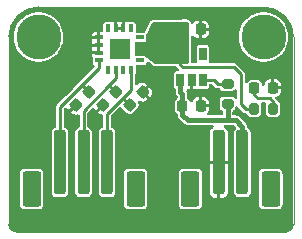
<source format=gbr>
%TF.GenerationSoftware,KiCad,Pcbnew,8.0.2*%
%TF.CreationDate,2024-05-08T23:24:27+02:00*%
%TF.ProjectId,adxl335,6164786c-3333-4352-9e6b-696361645f70,0.0.1*%
%TF.SameCoordinates,Original*%
%TF.FileFunction,Copper,L1,Top*%
%TF.FilePolarity,Positive*%
%FSLAX46Y46*%
G04 Gerber Fmt 4.6, Leading zero omitted, Abs format (unit mm)*
G04 Created by KiCad (PCBNEW 8.0.2) date 2024-05-08 23:24:27*
%MOMM*%
%LPD*%
G01*
G04 APERTURE LIST*
G04 Aperture macros list*
%AMRoundRect*
0 Rectangle with rounded corners*
0 $1 Rounding radius*
0 $2 $3 $4 $5 $6 $7 $8 $9 X,Y pos of 4 corners*
0 Add a 4 corners polygon primitive as box body*
4,1,4,$2,$3,$4,$5,$6,$7,$8,$9,$2,$3,0*
0 Add four circle primitives for the rounded corners*
1,1,$1+$1,$2,$3*
1,1,$1+$1,$4,$5*
1,1,$1+$1,$6,$7*
1,1,$1+$1,$8,$9*
0 Add four rect primitives between the rounded corners*
20,1,$1+$1,$2,$3,$4,$5,0*
20,1,$1+$1,$4,$5,$6,$7,0*
20,1,$1+$1,$6,$7,$8,$9,0*
20,1,$1+$1,$8,$9,$2,$3,0*%
G04 Aperture macros list end*
%TA.AperFunction,ComponentPad*%
%ADD10C,3.800000*%
%TD*%
%TA.AperFunction,SMDPad,CuDef*%
%ADD11RoundRect,0.200000X0.275000X-0.200000X0.275000X0.200000X-0.275000X0.200000X-0.275000X-0.200000X0*%
%TD*%
%TA.AperFunction,SMDPad,CuDef*%
%ADD12R,0.650000X1.060000*%
%TD*%
%TA.AperFunction,SMDPad,CuDef*%
%ADD13RoundRect,0.250000X0.250000X2.500000X-0.250000X2.500000X-0.250000X-2.500000X0.250000X-2.500000X0*%
%TD*%
%TA.AperFunction,SMDPad,CuDef*%
%ADD14RoundRect,0.250000X0.550000X1.250000X-0.550000X1.250000X-0.550000X-1.250000X0.550000X-1.250000X0*%
%TD*%
%TA.AperFunction,SMDPad,CuDef*%
%ADD15RoundRect,0.225000X0.017678X-0.335876X0.335876X-0.017678X-0.017678X0.335876X-0.335876X0.017678X0*%
%TD*%
%TA.AperFunction,SMDPad,CuDef*%
%ADD16RoundRect,0.225000X-0.017678X0.335876X-0.335876X0.017678X0.017678X-0.335876X0.335876X-0.017678X0*%
%TD*%
%TA.AperFunction,SMDPad,CuDef*%
%ADD17RoundRect,0.225000X-0.225000X-0.250000X0.225000X-0.250000X0.225000X0.250000X-0.225000X0.250000X0*%
%TD*%
%TA.AperFunction,SMDPad,CuDef*%
%ADD18RoundRect,0.218750X0.218750X0.256250X-0.218750X0.256250X-0.218750X-0.256250X0.218750X-0.256250X0*%
%TD*%
%TA.AperFunction,SMDPad,CuDef*%
%ADD19R,1.750000X1.750000*%
%TD*%
%TA.AperFunction,SMDPad,CuDef*%
%ADD20R,0.370000X0.650000*%
%TD*%
%TA.AperFunction,SMDPad,CuDef*%
%ADD21R,0.650000X0.370000*%
%TD*%
%TA.AperFunction,SMDPad,CuDef*%
%ADD22RoundRect,0.200000X-0.200000X-0.275000X0.200000X-0.275000X0.200000X0.275000X-0.200000X0.275000X0*%
%TD*%
%TA.AperFunction,ViaPad*%
%ADD23C,0.800000*%
%TD*%
%TA.AperFunction,Conductor*%
%ADD24C,0.250000*%
%TD*%
%TA.AperFunction,Conductor*%
%ADD25C,0.400000*%
%TD*%
%TA.AperFunction,Profile*%
%ADD26C,0.100000*%
%TD*%
G04 APERTURE END LIST*
D10*
%TO.P,H3,1*%
%TO.N,N/C*%
X47229154Y-28184380D03*
%TD*%
D11*
%TO.P,R2,1*%
%TO.N,+5V*%
X44181154Y-33835380D03*
%TO.P,R2,2*%
%TO.N,Net-(R2-Pad2)*%
X44181154Y-32185380D03*
%TD*%
D12*
%TO.P,U2,1,VIN*%
%TO.N,+5V*%
X40183154Y-31824380D03*
%TO.P,U2,2,GND*%
%TO.N,GND*%
X41133154Y-31824380D03*
%TO.P,U2,3,EN*%
%TO.N,Net-(R2-Pad2)*%
X42083154Y-31824380D03*
%TO.P,U2,4,NC*%
%TO.N,unconnected-(U2-Pad4)*%
X42083154Y-29624380D03*
%TO.P,U2,5,VOUT*%
%TO.N,+3V3*%
X40183154Y-29624380D03*
%TD*%
D13*
%TO.P,J1,1,Pin_1*%
%TO.N,+5V*%
X45434154Y-38809380D03*
%TO.P,J1,2,Pin_2*%
%TO.N,GND*%
X43434154Y-38809380D03*
D14*
%TO.P,J1,MP*%
%TO.N,N/C*%
X47834154Y-41059380D03*
X41034154Y-41059380D03*
%TD*%
D13*
%TO.P,J2,1,Pin_1*%
%TO.N,Net-(J2-Pad1)*%
X33989154Y-38809380D03*
%TO.P,J2,2,Pin_2*%
%TO.N,Net-(J2-Pad2)*%
X31989154Y-38809380D03*
%TO.P,J2,3,Pin_3*%
%TO.N,Net-(J2-Pad3)*%
X29989154Y-38809380D03*
D14*
%TO.P,J2,MP*%
%TO.N,N/C*%
X36389154Y-41059380D03*
X27589154Y-41059380D03*
%TD*%
D15*
%TO.P,C1,1*%
%TO.N,Net-(J2-Pad1)*%
X35886146Y-33939388D03*
%TO.P,C1,2*%
%TO.N,GND*%
X36982162Y-32843372D03*
%TD*%
D16*
%TO.P,C2,1*%
%TO.N,Net-(J2-Pad2)*%
X34696162Y-32843372D03*
%TO.P,C2,2*%
%TO.N,GND*%
X33600146Y-33939388D03*
%TD*%
D17*
%TO.P,C4,1*%
%TO.N,+5V*%
X40358154Y-34026380D03*
%TO.P,C4,2*%
%TO.N,GND*%
X41908154Y-34026380D03*
%TD*%
D18*
%TO.P,D1,1,K*%
%TO.N,GND*%
X48016654Y-32502380D03*
%TO.P,D1,2,A*%
%TO.N,Net-(D1-Pad2)*%
X46441654Y-32502380D03*
%TD*%
D10*
%TO.P,H4,1*%
%TO.N,N/C*%
X28179154Y-28184380D03*
%TD*%
D16*
%TO.P,C3,1*%
%TO.N,Net-(J2-Pad3)*%
X32410162Y-32843372D03*
%TO.P,C3,2*%
%TO.N,GND*%
X31314146Y-33939388D03*
%TD*%
D19*
%TO.P,U1,0*%
%TO.N,N/C*%
X35037154Y-29200380D03*
D20*
%TO.P,U1,1*%
X36012154Y-27450380D03*
%TO.P,U1,2,ST*%
%TO.N,GND*%
X35362154Y-27450380D03*
%TO.P,U1,3,GND*%
X34712154Y-27450380D03*
%TO.P,U1,4*%
%TO.N,N/C*%
X34062154Y-27450380D03*
D21*
%TO.P,U1,5,GND*%
%TO.N,GND*%
X33287154Y-28225380D03*
%TO.P,U1,6,GND*%
X33287154Y-28875380D03*
%TO.P,U1,7,GND*%
X33287154Y-29525380D03*
%TO.P,U1,8,ZOUT*%
%TO.N,Net-(J2-Pad3)*%
X33287154Y-30175380D03*
D20*
%TO.P,U1,9*%
%TO.N,N/C*%
X34062154Y-30950380D03*
%TO.P,U1,10,YOUT*%
%TO.N,Net-(J2-Pad2)*%
X34712154Y-30950380D03*
%TO.P,U1,11*%
%TO.N,N/C*%
X35362154Y-30950380D03*
%TO.P,U1,12,XOUT*%
%TO.N,Net-(J2-Pad1)*%
X36012154Y-30950380D03*
D21*
%TO.P,U1,13*%
%TO.N,N/C*%
X36787154Y-30175380D03*
%TO.P,U1,14,VS*%
%TO.N,+3V3*%
X36787154Y-29525380D03*
%TO.P,U1,15,VS*%
X36787154Y-28875380D03*
%TO.P,U1,16*%
%TO.N,N/C*%
X36787154Y-28225380D03*
%TD*%
D22*
%TO.P,R1,1*%
%TO.N,+3V3*%
X46404154Y-34280380D03*
%TO.P,R1,2*%
%TO.N,Net-(D1-Pad2)*%
X48054154Y-34280380D03*
%TD*%
D17*
%TO.P,C5,1*%
%TO.N,+3V3*%
X40358154Y-27549380D03*
%TO.P,C5,2*%
%TO.N,GND*%
X41908154Y-27549380D03*
%TD*%
D23*
%TO.N,GND*%
X31227154Y-28438380D03*
X43038154Y-33137380D03*
X38466154Y-34407380D03*
X43927154Y-28184380D03*
%TD*%
D24*
%TO.N,Net-(J2-Pad1)*%
X35348500Y-33401742D02*
X35348500Y-33321726D01*
X36012154Y-32658072D02*
X36012154Y-30950380D01*
X33989154Y-38809380D02*
X33989154Y-34681072D01*
X35886146Y-33939388D02*
X35348500Y-33401742D01*
X35348500Y-33321726D02*
X36012154Y-32658072D01*
X33989154Y-34681072D02*
X35348500Y-33321726D01*
%TO.N,Net-(J2-Pad2)*%
X34090808Y-32318034D02*
X34712154Y-31696688D01*
X34170824Y-32318034D02*
X34090808Y-32318034D01*
X34712154Y-31696688D02*
X34712154Y-30950380D01*
X31989154Y-38809380D02*
X31989154Y-34419688D01*
X31989154Y-34419688D02*
X34090808Y-32318034D01*
X34696162Y-32843372D02*
X34170824Y-32318034D01*
%TO.N,Net-(J2-Pad3)*%
X29989154Y-38809380D02*
X29989154Y-34133688D01*
X31855608Y-32267234D02*
X33287154Y-30835688D01*
X29989154Y-34133688D02*
X30763408Y-33359434D01*
X32410162Y-32843372D02*
X31855608Y-32288818D01*
X30763408Y-33359434D02*
X31855608Y-32267234D01*
X31855608Y-32288818D02*
X31855608Y-32267234D01*
X33287154Y-30835688D02*
X33287154Y-30175380D01*
D25*
%TO.N,+5V*%
X44866954Y-35220180D02*
X44155754Y-35220180D01*
X44155754Y-35220180D02*
X40802954Y-35220180D01*
X40183154Y-31824380D02*
X40183154Y-32822380D01*
X40358154Y-32997380D02*
X40358154Y-34026380D01*
X40183154Y-32822380D02*
X40358154Y-32997380D01*
X40358154Y-34775380D02*
X40358154Y-34026380D01*
X40802954Y-35220180D02*
X40358154Y-34775380D01*
X45434154Y-35787380D02*
X44866954Y-35220180D01*
X44181154Y-35194780D02*
X44155754Y-35220180D01*
X45434154Y-38809380D02*
X45434154Y-35787380D01*
X44181154Y-33835380D02*
X44181154Y-35194780D01*
D24*
%TO.N,+3V3*%
X45324154Y-33899380D02*
X45324154Y-31359380D01*
X45324154Y-31359380D02*
X44689154Y-30724380D01*
X40183154Y-30536380D02*
X40183154Y-29624380D01*
X40371154Y-30724380D02*
X40183154Y-30536380D01*
X45705154Y-34280380D02*
X45324154Y-33899380D01*
X46404154Y-34280380D02*
X45705154Y-34280380D01*
X44689154Y-30724380D02*
X40371154Y-30724380D01*
%TO.N,Net-(D1-Pad2)*%
X48054154Y-33708380D02*
X48054154Y-34280380D01*
X47737154Y-33391380D02*
X48054154Y-33708380D01*
X46721154Y-33391380D02*
X47737154Y-33391380D01*
X46441654Y-33111880D02*
X46721154Y-33391380D01*
X46441654Y-32502380D02*
X46441654Y-33111880D01*
%TO.N,Net-(R2-Pad2)*%
X44181154Y-32185380D02*
X43356154Y-32185380D01*
X43356154Y-32185380D02*
X42995154Y-31824380D01*
X42995154Y-31824380D02*
X42083154Y-31824380D01*
%TD*%
%TA.AperFunction,Conductor*%
%TO.N,GND*%
G36*
X41202275Y-31717382D02*
G01*
X41248768Y-31771038D01*
X41260154Y-31823380D01*
X41260154Y-32608379D01*
X41483168Y-32608379D01*
X41483176Y-32608378D01*
X41557259Y-32593642D01*
X41557260Y-32593642D01*
X41600124Y-32565002D01*
X41667877Y-32543787D01*
X41694708Y-32546188D01*
X41738406Y-32554880D01*
X41738407Y-32554880D01*
X42427901Y-32554880D01*
X42427902Y-32554880D01*
X42486385Y-32543247D01*
X42552706Y-32498932D01*
X42597021Y-32432611D01*
X42608654Y-32374128D01*
X42608654Y-32275880D01*
X42628656Y-32207759D01*
X42682312Y-32161266D01*
X42734654Y-32149880D01*
X42808137Y-32149880D01*
X42876258Y-32169882D01*
X42897227Y-32186780D01*
X43156292Y-32445845D01*
X43230515Y-32488698D01*
X43313301Y-32510880D01*
X43399007Y-32510880D01*
X43443395Y-32510880D01*
X43511516Y-32530882D01*
X43555662Y-32579677D01*
X43578104Y-32623723D01*
X43667811Y-32713430D01*
X43689948Y-32724709D01*
X43780850Y-32771026D01*
X43874635Y-32785880D01*
X44487672Y-32785879D01*
X44581458Y-32771026D01*
X44694496Y-32713430D01*
X44738298Y-32669628D01*
X44783559Y-32624368D01*
X44845871Y-32590342D01*
X44916686Y-32595407D01*
X44973522Y-32637954D01*
X44998333Y-32704474D01*
X44998654Y-32713463D01*
X44998654Y-33307297D01*
X44978652Y-33375418D01*
X44924996Y-33421911D01*
X44854722Y-33432015D01*
X44790142Y-33402521D01*
X44783559Y-33396392D01*
X44694496Y-33307329D01*
X44618656Y-33268687D01*
X44581458Y-33249734D01*
X44487673Y-33234880D01*
X44487669Y-33234880D01*
X43874637Y-33234880D01*
X43780851Y-33249733D01*
X43667811Y-33307329D01*
X43578103Y-33397037D01*
X43550050Y-33452096D01*
X43520508Y-33510076D01*
X43505654Y-33603861D01*
X43505654Y-33603864D01*
X43505654Y-34066896D01*
X43520507Y-34160682D01*
X43578103Y-34273722D01*
X43667808Y-34363427D01*
X43667812Y-34363430D01*
X43711857Y-34385872D01*
X43763471Y-34434618D01*
X43780654Y-34498138D01*
X43780654Y-34693680D01*
X43760652Y-34761801D01*
X43706996Y-34808294D01*
X43654654Y-34819680D01*
X42576505Y-34819680D01*
X42508384Y-34799678D01*
X42461891Y-34746022D01*
X42451787Y-34675748D01*
X42475637Y-34618170D01*
X42557885Y-34508300D01*
X42606022Y-34379240D01*
X42612153Y-34322212D01*
X42612154Y-34322195D01*
X42612154Y-34153380D01*
X41907154Y-34153380D01*
X41839033Y-34133378D01*
X41792540Y-34079722D01*
X41781154Y-34027380D01*
X41781154Y-33899380D01*
X42035154Y-33899380D01*
X42612154Y-33899380D01*
X42612154Y-33730564D01*
X42612153Y-33730547D01*
X42606022Y-33673519D01*
X42557885Y-33544459D01*
X42475340Y-33434193D01*
X42365074Y-33351648D01*
X42236014Y-33303511D01*
X42178986Y-33297380D01*
X42035154Y-33297380D01*
X42035154Y-33899380D01*
X41781154Y-33899380D01*
X41781154Y-33297380D01*
X41637321Y-33297380D01*
X41580293Y-33303511D01*
X41451233Y-33351648D01*
X41340967Y-33434193D01*
X41258421Y-33544461D01*
X41225094Y-33633813D01*
X41182547Y-33690648D01*
X41116027Y-33715458D01*
X41046653Y-33700366D01*
X40996451Y-33650163D01*
X40994772Y-33646982D01*
X40992873Y-33643255D01*
X40992873Y-33643254D01*
X40931682Y-33523160D01*
X40836374Y-33427852D01*
X40836373Y-33427851D01*
X40836371Y-33427849D01*
X40827450Y-33423304D01*
X40775835Y-33374555D01*
X40758654Y-33311038D01*
X40758654Y-32944654D01*
X40758654Y-32944653D01*
X40731361Y-32842793D01*
X40731359Y-32842790D01*
X40731359Y-32842788D01*
X40705142Y-32797379D01*
X40688404Y-32728384D01*
X40711624Y-32661292D01*
X40767432Y-32617405D01*
X40814261Y-32608379D01*
X41006154Y-32608379D01*
X41006154Y-31823380D01*
X41026156Y-31755259D01*
X41079812Y-31708766D01*
X41132154Y-31697380D01*
X41134154Y-31697380D01*
X41202275Y-31717382D01*
G37*
%TD.AperFunction*%
%TA.AperFunction,Conductor*%
G36*
X47232956Y-25655110D02*
G01*
X47275497Y-25657682D01*
X47526449Y-25672858D01*
X47541538Y-25674689D01*
X47827027Y-25727001D01*
X47841794Y-25730641D01*
X48118873Y-25816978D01*
X48133076Y-25822364D01*
X48397743Y-25941476D01*
X48411209Y-25948543D01*
X48659584Y-26098685D01*
X48672106Y-26107329D01*
X48900554Y-26286302D01*
X48911943Y-26296391D01*
X49117162Y-26501604D01*
X49127252Y-26512993D01*
X49305620Y-26740658D01*
X49306234Y-26741441D01*
X49314877Y-26753962D01*
X49397522Y-26890670D01*
X49465024Y-27002328D01*
X49472094Y-27015799D01*
X49579098Y-27253547D01*
X49591206Y-27280448D01*
X49596601Y-27294675D01*
X49682942Y-27571744D01*
X49686584Y-27586517D01*
X49738900Y-27871982D01*
X49740734Y-27887086D01*
X49758424Y-28179487D01*
X49758654Y-28187096D01*
X49758654Y-44052306D01*
X49757862Y-44066411D01*
X49744589Y-44184234D01*
X49738311Y-44211743D01*
X49701502Y-44316940D01*
X49689259Y-44342362D01*
X49629967Y-44436724D01*
X49612374Y-44458785D01*
X49533567Y-44537589D01*
X49511504Y-44555182D01*
X49417135Y-44614472D01*
X49391714Y-44626713D01*
X49286522Y-44663516D01*
X49259012Y-44669794D01*
X49148740Y-44682211D01*
X49140967Y-44683087D01*
X49140949Y-44683089D01*
X49126849Y-44683880D01*
X26281237Y-44683880D01*
X26267121Y-44683087D01*
X26149306Y-44669804D01*
X26121800Y-44663524D01*
X26016620Y-44626713D01*
X26016609Y-44626709D01*
X25991197Y-44614469D01*
X25896830Y-44555167D01*
X25874781Y-44537581D01*
X25795976Y-44458767D01*
X25778395Y-44436719D01*
X25719101Y-44342344D01*
X25706863Y-44316928D01*
X25691817Y-44273923D01*
X25670056Y-44211726D01*
X25663783Y-44184234D01*
X25656856Y-44122734D01*
X25650446Y-44065819D01*
X25649654Y-44051717D01*
X25649654Y-39755113D01*
X26588654Y-39755113D01*
X26588654Y-42363646D01*
X26591508Y-42394080D01*
X26591509Y-42394084D01*
X26636360Y-42522261D01*
X26636362Y-42522265D01*
X26717003Y-42631530D01*
X26826268Y-42712171D01*
X26826272Y-42712173D01*
X26954455Y-42757026D01*
X26984888Y-42759880D01*
X26984890Y-42759880D01*
X28193418Y-42759880D01*
X28193420Y-42759880D01*
X28223853Y-42757026D01*
X28352036Y-42712173D01*
X28461304Y-42631530D01*
X28541947Y-42522262D01*
X28586800Y-42394079D01*
X28589654Y-42363646D01*
X28589654Y-39755114D01*
X28586800Y-39724681D01*
X28541947Y-39596498D01*
X28541945Y-39596494D01*
X28461304Y-39487229D01*
X28352039Y-39406588D01*
X28352035Y-39406586D01*
X28223858Y-39361735D01*
X28223854Y-39361734D01*
X28193420Y-39358880D01*
X26984888Y-39358880D01*
X26984887Y-39358880D01*
X26954453Y-39361734D01*
X26954449Y-39361735D01*
X26826272Y-39406586D01*
X26826268Y-39406588D01*
X26717003Y-39487229D01*
X26636362Y-39596494D01*
X26636360Y-39596498D01*
X26591509Y-39724675D01*
X26591508Y-39724679D01*
X26588654Y-39755113D01*
X25649654Y-39755113D01*
X25649654Y-36255113D01*
X29288654Y-36255113D01*
X29288654Y-41363646D01*
X29291508Y-41394080D01*
X29291509Y-41394084D01*
X29336360Y-41522261D01*
X29336362Y-41522265D01*
X29417003Y-41631530D01*
X29526268Y-41712171D01*
X29526272Y-41712173D01*
X29654455Y-41757026D01*
X29684888Y-41759880D01*
X29684890Y-41759880D01*
X30293418Y-41759880D01*
X30293420Y-41759880D01*
X30323853Y-41757026D01*
X30452036Y-41712173D01*
X30561304Y-41631530D01*
X30641947Y-41522262D01*
X30686800Y-41394079D01*
X30689654Y-41363646D01*
X30689654Y-36255114D01*
X30686800Y-36224681D01*
X30678564Y-36201145D01*
X30641947Y-36096498D01*
X30641945Y-36096494D01*
X30561304Y-35987229D01*
X30452039Y-35906588D01*
X30452035Y-35906586D01*
X30399039Y-35888042D01*
X30341347Y-35846664D01*
X30315185Y-35780663D01*
X30314654Y-35769113D01*
X30314654Y-34320704D01*
X30334656Y-34252583D01*
X30351559Y-34231609D01*
X30395519Y-34187649D01*
X30457831Y-34153623D01*
X30528646Y-34158688D01*
X30582723Y-34197683D01*
X30607161Y-34228009D01*
X30607180Y-34228030D01*
X30726539Y-34347389D01*
X30726541Y-34347389D01*
X31134541Y-33939389D01*
X31134541Y-33939388D01*
X30978256Y-33783104D01*
X30944231Y-33720792D01*
X30949295Y-33649976D01*
X30978256Y-33604913D01*
X30979671Y-33603498D01*
X31041983Y-33569472D01*
X31112798Y-33574537D01*
X31157861Y-33603498D01*
X31404655Y-33850292D01*
X31438681Y-33912604D01*
X31433616Y-33983419D01*
X31404656Y-34028482D01*
X30906145Y-34526993D01*
X30906145Y-34526995D01*
X31025503Y-34646353D01*
X31025522Y-34646370D01*
X31070194Y-34682368D01*
X31195483Y-34739587D01*
X31331824Y-34759188D01*
X31468162Y-34739587D01*
X31485310Y-34731756D01*
X31555584Y-34721651D01*
X31620165Y-34751143D01*
X31658550Y-34810869D01*
X31663654Y-34846369D01*
X31663654Y-35769113D01*
X31643652Y-35837234D01*
X31589996Y-35883727D01*
X31579269Y-35888042D01*
X31526272Y-35906586D01*
X31526268Y-35906588D01*
X31417003Y-35987229D01*
X31336362Y-36096494D01*
X31336360Y-36096498D01*
X31291509Y-36224675D01*
X31291508Y-36224679D01*
X31288654Y-36255113D01*
X31288654Y-41363646D01*
X31291508Y-41394080D01*
X31291509Y-41394084D01*
X31336360Y-41522261D01*
X31336362Y-41522265D01*
X31417003Y-41631530D01*
X31526268Y-41712171D01*
X31526272Y-41712173D01*
X31654455Y-41757026D01*
X31684888Y-41759880D01*
X31684890Y-41759880D01*
X32293418Y-41759880D01*
X32293420Y-41759880D01*
X32323853Y-41757026D01*
X32452036Y-41712173D01*
X32561304Y-41631530D01*
X32641947Y-41522262D01*
X32686800Y-41394079D01*
X32689654Y-41363646D01*
X32689654Y-36255114D01*
X32686800Y-36224681D01*
X32678564Y-36201145D01*
X32641947Y-36096498D01*
X32641945Y-36096494D01*
X32561304Y-35987229D01*
X32452039Y-35906588D01*
X32452035Y-35906586D01*
X32399039Y-35888042D01*
X32341347Y-35846664D01*
X32315185Y-35780663D01*
X32314654Y-35769113D01*
X32314654Y-34606704D01*
X32334656Y-34538583D01*
X32351553Y-34517614D01*
X32681522Y-34187645D01*
X32743831Y-34153623D01*
X32814646Y-34158687D01*
X32868724Y-34197683D01*
X32893164Y-34228012D01*
X32893180Y-34228030D01*
X33012539Y-34347389D01*
X33012540Y-34347389D01*
X33511050Y-33848878D01*
X33573363Y-33814853D01*
X33644178Y-33819917D01*
X33689241Y-33848878D01*
X33936035Y-34095672D01*
X33970061Y-34157984D01*
X33964996Y-34228799D01*
X33936004Y-34273894D01*
X33934589Y-34275308D01*
X33872265Y-34309311D01*
X33801451Y-34304221D01*
X33756430Y-34275276D01*
X33600147Y-34118993D01*
X33600145Y-34118993D01*
X33192145Y-34526993D01*
X33192145Y-34526995D01*
X33311503Y-34646353D01*
X33311522Y-34646370D01*
X33356194Y-34682368D01*
X33481485Y-34739587D01*
X33481482Y-34739587D01*
X33555584Y-34750240D01*
X33620165Y-34779732D01*
X33658550Y-34839458D01*
X33663654Y-34874958D01*
X33663654Y-35769113D01*
X33643652Y-35837234D01*
X33589996Y-35883727D01*
X33579269Y-35888042D01*
X33526272Y-35906586D01*
X33526268Y-35906588D01*
X33417003Y-35987229D01*
X33336362Y-36096494D01*
X33336360Y-36096498D01*
X33291509Y-36224675D01*
X33291508Y-36224679D01*
X33288654Y-36255113D01*
X33288654Y-41363646D01*
X33291508Y-41394080D01*
X33291509Y-41394084D01*
X33336360Y-41522261D01*
X33336362Y-41522265D01*
X33417003Y-41631530D01*
X33526268Y-41712171D01*
X33526272Y-41712173D01*
X33654455Y-41757026D01*
X33684888Y-41759880D01*
X33684890Y-41759880D01*
X34293418Y-41759880D01*
X34293420Y-41759880D01*
X34323853Y-41757026D01*
X34452036Y-41712173D01*
X34561304Y-41631530D01*
X34641947Y-41522262D01*
X34686800Y-41394079D01*
X34689654Y-41363646D01*
X34689654Y-39755113D01*
X35388654Y-39755113D01*
X35388654Y-42363646D01*
X35391508Y-42394080D01*
X35391509Y-42394084D01*
X35436360Y-42522261D01*
X35436362Y-42522265D01*
X35517003Y-42631530D01*
X35626268Y-42712171D01*
X35626272Y-42712173D01*
X35754455Y-42757026D01*
X35784888Y-42759880D01*
X35784890Y-42759880D01*
X36993418Y-42759880D01*
X36993420Y-42759880D01*
X37023853Y-42757026D01*
X37152036Y-42712173D01*
X37261304Y-42631530D01*
X37341947Y-42522262D01*
X37386800Y-42394079D01*
X37389654Y-42363646D01*
X37389654Y-39755114D01*
X37389654Y-39755113D01*
X40033654Y-39755113D01*
X40033654Y-42363646D01*
X40036508Y-42394080D01*
X40036509Y-42394084D01*
X40081360Y-42522261D01*
X40081362Y-42522265D01*
X40162003Y-42631530D01*
X40271268Y-42712171D01*
X40271272Y-42712173D01*
X40399455Y-42757026D01*
X40429888Y-42759880D01*
X40429890Y-42759880D01*
X41638418Y-42759880D01*
X41638420Y-42759880D01*
X41668853Y-42757026D01*
X41797036Y-42712173D01*
X41906304Y-42631530D01*
X41986947Y-42522262D01*
X42031800Y-42394079D01*
X42034654Y-42363646D01*
X42034654Y-41357582D01*
X42680155Y-41357582D01*
X42680156Y-41357606D01*
X42686606Y-41417612D01*
X42686606Y-41417614D01*
X42737254Y-41553403D01*
X42824106Y-41669427D01*
X42940130Y-41756279D01*
X42940129Y-41756279D01*
X43075915Y-41806926D01*
X43075923Y-41806928D01*
X43135939Y-41813379D01*
X43307154Y-41813379D01*
X43561154Y-41813379D01*
X43732357Y-41813379D01*
X43732380Y-41813377D01*
X43792386Y-41806927D01*
X43792388Y-41806927D01*
X43928177Y-41756279D01*
X44044201Y-41669427D01*
X44131053Y-41553403D01*
X44181700Y-41417618D01*
X44181702Y-41417610D01*
X44188153Y-41357602D01*
X44188154Y-41357585D01*
X44188154Y-38936380D01*
X43561154Y-38936380D01*
X43561154Y-41813379D01*
X43307154Y-41813379D01*
X43307154Y-38936380D01*
X42680155Y-38936380D01*
X42680155Y-41357582D01*
X42034654Y-41357582D01*
X42034654Y-39755114D01*
X42031800Y-39724681D01*
X41986947Y-39596498D01*
X41986945Y-39596494D01*
X41906304Y-39487229D01*
X41797039Y-39406588D01*
X41797035Y-39406586D01*
X41668858Y-39361735D01*
X41668854Y-39361734D01*
X41638420Y-39358880D01*
X40429888Y-39358880D01*
X40429887Y-39358880D01*
X40399453Y-39361734D01*
X40399449Y-39361735D01*
X40271272Y-39406586D01*
X40271268Y-39406588D01*
X40162003Y-39487229D01*
X40081362Y-39596494D01*
X40081360Y-39596498D01*
X40036509Y-39724675D01*
X40036508Y-39724679D01*
X40033654Y-39755113D01*
X37389654Y-39755113D01*
X37386800Y-39724681D01*
X37341947Y-39596498D01*
X37341945Y-39596494D01*
X37261304Y-39487229D01*
X37152039Y-39406588D01*
X37152035Y-39406586D01*
X37023858Y-39361735D01*
X37023854Y-39361734D01*
X36993420Y-39358880D01*
X35784888Y-39358880D01*
X35784887Y-39358880D01*
X35754453Y-39361734D01*
X35754449Y-39361735D01*
X35626272Y-39406586D01*
X35626268Y-39406588D01*
X35517003Y-39487229D01*
X35436362Y-39596494D01*
X35436360Y-39596498D01*
X35391509Y-39724675D01*
X35391508Y-39724679D01*
X35388654Y-39755113D01*
X34689654Y-39755113D01*
X34689654Y-36255114D01*
X34686800Y-36224681D01*
X34678564Y-36201145D01*
X34641947Y-36096498D01*
X34641945Y-36096494D01*
X34561304Y-35987229D01*
X34452039Y-35906588D01*
X34452035Y-35906586D01*
X34399039Y-35888042D01*
X34341347Y-35846664D01*
X34315185Y-35780663D01*
X34314654Y-35769113D01*
X34314654Y-34868088D01*
X34334656Y-34799967D01*
X34351554Y-34778997D01*
X34997653Y-34132897D01*
X35059964Y-34098874D01*
X35130779Y-34103938D01*
X35187615Y-34146485D01*
X35188682Y-34147932D01*
X35225716Y-34198904D01*
X35225721Y-34198910D01*
X35626623Y-34599812D01*
X35626626Y-34599814D01*
X35626629Y-34599817D01*
X35708243Y-34659113D01*
X35836431Y-34700764D01*
X35836432Y-34700764D01*
X35971216Y-34700764D01*
X35971217Y-34700764D01*
X36040655Y-34678202D01*
X36099402Y-34659114D01*
X36099402Y-34659113D01*
X36099404Y-34659113D01*
X36181018Y-34599817D01*
X36546575Y-34234260D01*
X36605871Y-34152646D01*
X36606323Y-34151257D01*
X36633732Y-34066899D01*
X36647522Y-34024459D01*
X36647522Y-33889673D01*
X36605871Y-33761485D01*
X36605870Y-33761483D01*
X36604577Y-33757504D01*
X36602549Y-33686537D01*
X36639212Y-33625739D01*
X36702924Y-33594413D01*
X36773458Y-33602506D01*
X36776752Y-33603954D01*
X36863501Y-33643571D01*
X36999840Y-33663172D01*
X37136179Y-33643571D01*
X37261468Y-33586352D01*
X37306141Y-33550353D01*
X37306148Y-33550347D01*
X37407840Y-33448654D01*
X36891652Y-32932466D01*
X36857626Y-32870154D01*
X36859542Y-32843371D01*
X37161767Y-32843371D01*
X37161767Y-32843373D01*
X37587444Y-33269050D01*
X37587445Y-33269050D01*
X37689137Y-33167358D01*
X37689143Y-33167351D01*
X37725142Y-33122678D01*
X37782361Y-32997389D01*
X37801962Y-32861050D01*
X37782361Y-32724709D01*
X37725142Y-32599420D01*
X37689144Y-32554748D01*
X37689127Y-32554729D01*
X37569769Y-32435371D01*
X37569767Y-32435371D01*
X37161767Y-32843371D01*
X36859542Y-32843371D01*
X36862691Y-32799339D01*
X36891652Y-32754275D01*
X36982162Y-32663766D01*
X37390163Y-32255765D01*
X37270804Y-32136406D01*
X37270785Y-32136389D01*
X37226113Y-32100391D01*
X37100824Y-32043172D01*
X36964484Y-32023571D01*
X36828144Y-32043172D01*
X36702855Y-32100391D01*
X36658183Y-32136389D01*
X36658164Y-32136406D01*
X36552749Y-32241822D01*
X36490437Y-32275848D01*
X36419622Y-32270783D01*
X36362786Y-32228236D01*
X36337975Y-32161716D01*
X36337654Y-32152727D01*
X36337654Y-31464218D01*
X36357656Y-31396097D01*
X36358889Y-31394216D01*
X36386021Y-31353611D01*
X36397654Y-31295128D01*
X36397654Y-30686880D01*
X36417656Y-30618759D01*
X36471312Y-30572266D01*
X36523654Y-30560880D01*
X37131901Y-30560880D01*
X37131902Y-30560880D01*
X37190385Y-30549247D01*
X37256706Y-30504932D01*
X37301021Y-30438611D01*
X37307127Y-30407912D01*
X37340033Y-30345003D01*
X37401728Y-30309871D01*
X37472623Y-30313670D01*
X37500593Y-30327652D01*
X37939375Y-30620174D01*
X37940856Y-30621153D01*
X37942710Y-30622366D01*
X37997477Y-30647622D01*
X38065613Y-30667571D01*
X38123516Y-30675850D01*
X39814218Y-30674531D01*
X39882352Y-30694480D01*
X39916677Y-30730449D01*
X39917664Y-30729692D01*
X39922687Y-30736238D01*
X39922689Y-30736242D01*
X39922691Y-30736244D01*
X39922695Y-30736249D01*
X40065231Y-30878785D01*
X40099257Y-30941097D01*
X40094192Y-31011912D01*
X40051645Y-31068748D01*
X39985125Y-31093559D01*
X39976136Y-31093880D01*
X39838403Y-31093880D01*
X39779925Y-31105512D01*
X39779922Y-31105513D01*
X39713602Y-31149828D01*
X39669287Y-31216148D01*
X39669286Y-31216151D01*
X39657654Y-31274629D01*
X39657654Y-32374130D01*
X39669286Y-32432608D01*
X39669287Y-32432611D01*
X39706763Y-32488698D01*
X39713602Y-32498932D01*
X39726656Y-32507654D01*
X39772183Y-32562130D01*
X39782654Y-32612419D01*
X39782654Y-32769653D01*
X39782654Y-32875107D01*
X39809947Y-32976968D01*
X39809948Y-32976970D01*
X39809949Y-32976972D01*
X39862671Y-33068289D01*
X39862673Y-33068292D01*
X39862674Y-33068293D01*
X39920750Y-33126369D01*
X39954774Y-33188679D01*
X39957654Y-33215463D01*
X39957654Y-33311038D01*
X39937652Y-33379159D01*
X39888858Y-33423304D01*
X39879936Y-33427849D01*
X39879934Y-33427851D01*
X39784625Y-33523161D01*
X39735419Y-33619734D01*
X39723435Y-33643254D01*
X39707654Y-33742892D01*
X39707654Y-34309868D01*
X39723435Y-34409506D01*
X39729254Y-34420926D01*
X39784623Y-34529596D01*
X39784626Y-34529600D01*
X39879934Y-34624908D01*
X39879936Y-34624909D01*
X39888856Y-34629454D01*
X39940472Y-34678202D01*
X39957654Y-34741721D01*
X39957654Y-34828107D01*
X39984947Y-34929968D01*
X39984948Y-34929970D01*
X39984949Y-34929972D01*
X40037671Y-35021289D01*
X40037679Y-35021299D01*
X40557034Y-35540654D01*
X40557039Y-35540658D01*
X40557041Y-35540660D01*
X40557042Y-35540661D01*
X40557044Y-35540662D01*
X40621235Y-35577722D01*
X40648366Y-35593387D01*
X40750227Y-35620680D01*
X40855681Y-35620680D01*
X42890053Y-35620680D01*
X42958174Y-35640682D01*
X43004667Y-35694338D01*
X43014771Y-35764612D01*
X42985277Y-35829192D01*
X42946803Y-35855903D01*
X42948037Y-35858163D01*
X42940130Y-35862480D01*
X42824106Y-35949332D01*
X42737254Y-36065356D01*
X42686607Y-36201141D01*
X42686605Y-36201149D01*
X42680154Y-36261157D01*
X42680154Y-38682380D01*
X44188153Y-38682380D01*
X44188153Y-36261177D01*
X44188151Y-36261153D01*
X44181701Y-36201147D01*
X44181701Y-36201145D01*
X44131053Y-36065356D01*
X44044201Y-35949332D01*
X43928177Y-35862480D01*
X43920271Y-35858163D01*
X43921772Y-35855414D01*
X43877391Y-35822195D01*
X43852577Y-35755676D01*
X43867664Y-35686301D01*
X43917863Y-35636096D01*
X43978255Y-35620680D01*
X44103027Y-35620680D01*
X44208481Y-35620680D01*
X44648871Y-35620680D01*
X44716992Y-35640682D01*
X44737966Y-35657585D01*
X44876771Y-35796390D01*
X44910797Y-35858702D01*
X44905732Y-35929517D01*
X44868020Y-35979893D01*
X44868680Y-35980553D01*
X44864093Y-35985139D01*
X44863185Y-35986353D01*
X44862510Y-35986855D01*
X44862005Y-35987227D01*
X44862004Y-35987228D01*
X44781362Y-36096494D01*
X44781360Y-36096498D01*
X44736509Y-36224675D01*
X44736508Y-36224679D01*
X44733654Y-36255113D01*
X44733654Y-41363646D01*
X44736508Y-41394080D01*
X44736509Y-41394084D01*
X44781360Y-41522261D01*
X44781362Y-41522265D01*
X44862003Y-41631530D01*
X44971268Y-41712171D01*
X44971272Y-41712173D01*
X45099455Y-41757026D01*
X45129888Y-41759880D01*
X45129890Y-41759880D01*
X45738418Y-41759880D01*
X45738420Y-41759880D01*
X45768853Y-41757026D01*
X45897036Y-41712173D01*
X46006304Y-41631530D01*
X46086947Y-41522262D01*
X46131800Y-41394079D01*
X46134654Y-41363646D01*
X46134654Y-39755113D01*
X46833654Y-39755113D01*
X46833654Y-42363646D01*
X46836508Y-42394080D01*
X46836509Y-42394084D01*
X46881360Y-42522261D01*
X46881362Y-42522265D01*
X46962003Y-42631530D01*
X47071268Y-42712171D01*
X47071272Y-42712173D01*
X47199455Y-42757026D01*
X47229888Y-42759880D01*
X47229890Y-42759880D01*
X48438418Y-42759880D01*
X48438420Y-42759880D01*
X48468853Y-42757026D01*
X48597036Y-42712173D01*
X48706304Y-42631530D01*
X48786947Y-42522262D01*
X48831800Y-42394079D01*
X48834654Y-42363646D01*
X48834654Y-39755114D01*
X48831800Y-39724681D01*
X48786947Y-39596498D01*
X48786945Y-39596494D01*
X48706304Y-39487229D01*
X48597039Y-39406588D01*
X48597035Y-39406586D01*
X48468858Y-39361735D01*
X48468854Y-39361734D01*
X48438420Y-39358880D01*
X47229888Y-39358880D01*
X47229887Y-39358880D01*
X47199453Y-39361734D01*
X47199449Y-39361735D01*
X47071272Y-39406586D01*
X47071268Y-39406588D01*
X46962003Y-39487229D01*
X46881362Y-39596494D01*
X46881360Y-39596498D01*
X46836509Y-39724675D01*
X46836508Y-39724679D01*
X46833654Y-39755113D01*
X46134654Y-39755113D01*
X46134654Y-36255114D01*
X46131800Y-36224681D01*
X46123564Y-36201145D01*
X46086947Y-36096498D01*
X46086945Y-36096494D01*
X46006306Y-35987231D01*
X45928105Y-35929517D01*
X45897036Y-35906587D01*
X45897034Y-35906586D01*
X45889439Y-35900981D01*
X45891111Y-35898714D01*
X45850896Y-35859575D01*
X45834654Y-35797695D01*
X45834654Y-35734654D01*
X45834654Y-35734653D01*
X45807361Y-35632793D01*
X45807361Y-35632792D01*
X45807361Y-35632791D01*
X45754636Y-35541470D01*
X45754628Y-35541460D01*
X45112873Y-34899705D01*
X45112863Y-34899697D01*
X45021546Y-34846975D01*
X45021544Y-34846974D01*
X45021542Y-34846973D01*
X44919681Y-34819680D01*
X44919680Y-34819680D01*
X44707654Y-34819680D01*
X44639533Y-34799678D01*
X44593040Y-34746022D01*
X44581654Y-34693680D01*
X44581654Y-34498138D01*
X44601656Y-34430017D01*
X44650450Y-34385872D01*
X44694496Y-34363430D01*
X44784204Y-34273722D01*
X44841800Y-34160684D01*
X44841951Y-34159726D01*
X44842459Y-34158655D01*
X44844863Y-34151257D01*
X44845818Y-34151567D01*
X44872357Y-34095575D01*
X44932622Y-34058043D01*
X45003611Y-34059051D01*
X45056884Y-34094366D01*
X45057849Y-34093402D01*
X45062608Y-34098161D01*
X45062786Y-34098279D01*
X45063032Y-34098585D01*
X45063688Y-34099241D01*
X45063689Y-34099242D01*
X45444688Y-34480241D01*
X45444689Y-34480242D01*
X45505292Y-34540845D01*
X45505293Y-34540846D01*
X45505295Y-34540847D01*
X45579511Y-34583696D01*
X45579513Y-34583696D01*
X45579516Y-34583698D01*
X45662301Y-34605880D01*
X45703180Y-34605880D01*
X45771301Y-34625882D01*
X45815447Y-34674677D01*
X45876103Y-34793721D01*
X45876105Y-34793724D01*
X45965811Y-34883430D01*
X45997753Y-34899705D01*
X46078850Y-34941026D01*
X46172635Y-34955880D01*
X46635672Y-34955879D01*
X46729458Y-34941026D01*
X46842496Y-34883430D01*
X46932204Y-34793722D01*
X46989800Y-34680684D01*
X47004654Y-34586899D01*
X47004653Y-33973862D01*
X46997091Y-33926115D01*
X46988249Y-33870281D01*
X46990027Y-33869999D01*
X46988340Y-33810844D01*
X47025004Y-33750048D01*
X47088717Y-33718725D01*
X47110199Y-33716880D01*
X47348110Y-33716880D01*
X47416231Y-33736882D01*
X47462724Y-33790538D01*
X47472828Y-33860812D01*
X47468852Y-33877907D01*
X47468508Y-33880074D01*
X47468508Y-33880076D01*
X47458664Y-33942233D01*
X47453654Y-33973864D01*
X47453654Y-34586896D01*
X47468507Y-34680682D01*
X47526103Y-34793722D01*
X47615811Y-34883430D01*
X47647753Y-34899705D01*
X47728850Y-34941026D01*
X47822635Y-34955880D01*
X48285672Y-34955879D01*
X48379458Y-34941026D01*
X48492496Y-34883430D01*
X48582204Y-34793722D01*
X48639800Y-34680684D01*
X48654654Y-34586899D01*
X48654653Y-33973862D01*
X48639800Y-33880076D01*
X48606567Y-33814853D01*
X48582204Y-33767037D01*
X48492498Y-33677331D01*
X48492495Y-33677329D01*
X48411822Y-33636224D01*
X48360207Y-33587475D01*
X48359906Y-33586957D01*
X48325509Y-33527380D01*
X48325508Y-33527379D01*
X48323073Y-33523161D01*
X48314619Y-33508518D01*
X48254016Y-33447915D01*
X48254014Y-33447913D01*
X48247304Y-33441203D01*
X48213278Y-33378891D01*
X48218343Y-33308076D01*
X48260890Y-33251240D01*
X48322933Y-33226830D01*
X48336925Y-33225325D01*
X48464303Y-33177816D01*
X48573126Y-33096352D01*
X48654590Y-32987529D01*
X48702099Y-32860152D01*
X48708153Y-32803851D01*
X48708154Y-32803839D01*
X48708154Y-32629380D01*
X48015654Y-32629380D01*
X47947533Y-32609378D01*
X47901040Y-32555722D01*
X47889654Y-32503380D01*
X47889654Y-32375380D01*
X48143654Y-32375380D01*
X48708154Y-32375380D01*
X48708154Y-32200920D01*
X48708153Y-32200908D01*
X48702099Y-32144607D01*
X48654590Y-32017230D01*
X48573126Y-31908407D01*
X48464303Y-31826943D01*
X48336926Y-31779434D01*
X48280625Y-31773380D01*
X48143654Y-31773380D01*
X48143654Y-32375380D01*
X47889654Y-32375380D01*
X47889654Y-31773380D01*
X47752682Y-31773380D01*
X47696381Y-31779434D01*
X47569004Y-31826943D01*
X47460181Y-31908407D01*
X47378717Y-32017230D01*
X47331208Y-32144607D01*
X47326480Y-32188581D01*
X47299310Y-32254173D01*
X47240991Y-32294663D01*
X47170039Y-32297196D01*
X47108982Y-32260967D01*
X47077204Y-32197480D01*
X47076753Y-32194819D01*
X47074872Y-32182945D01*
X47064105Y-32114960D01*
X47027240Y-32042608D01*
X47003812Y-31996628D01*
X46909905Y-31902721D01*
X46791572Y-31842428D01*
X46724496Y-31831805D01*
X46693400Y-31826880D01*
X46189908Y-31826880D01*
X46163063Y-31831131D01*
X46091735Y-31842428D01*
X45973402Y-31902721D01*
X45879497Y-31996626D01*
X45877586Y-31999257D01*
X45874445Y-32001678D01*
X45872484Y-32003640D01*
X45872230Y-32003386D01*
X45821361Y-32042608D01*
X45750624Y-32048679D01*
X45687835Y-32015543D01*
X45652927Y-31953721D01*
X45649654Y-31925190D01*
X45649654Y-31412396D01*
X45649655Y-31412383D01*
X45649655Y-31316527D01*
X45649654Y-31316523D01*
X45627473Y-31233744D01*
X45585583Y-31161188D01*
X45585578Y-31161179D01*
X45584622Y-31159522D01*
X45584612Y-31159510D01*
X45519632Y-31094530D01*
X45519609Y-31094509D01*
X44889018Y-30463917D01*
X44889012Y-30463912D01*
X44814797Y-30421064D01*
X44814795Y-30421063D01*
X44814793Y-30421062D01*
X44732007Y-30398880D01*
X44732005Y-30398880D01*
X42716723Y-30398880D01*
X42648602Y-30378878D01*
X42602109Y-30325222D01*
X42592005Y-30254948D01*
X42594783Y-30244818D01*
X42594600Y-30244782D01*
X42599543Y-30219932D01*
X42608654Y-30174128D01*
X42608654Y-29074632D01*
X42597021Y-29016149D01*
X42552706Y-28949828D01*
X42486385Y-28905513D01*
X42486382Y-28905512D01*
X42427904Y-28893880D01*
X42427902Y-28893880D01*
X41738406Y-28893880D01*
X41738403Y-28893880D01*
X41679925Y-28905512D01*
X41679922Y-28905513D01*
X41613602Y-28949828D01*
X41569287Y-29016148D01*
X41569286Y-29016151D01*
X41557654Y-29074629D01*
X41557654Y-30174130D01*
X41571708Y-30244782D01*
X41568232Y-30245473D01*
X41573581Y-30295263D01*
X41541796Y-30358747D01*
X41480735Y-30394969D01*
X41449585Y-30398880D01*
X41210635Y-30398880D01*
X41142514Y-30378878D01*
X41096021Y-30325222D01*
X41084635Y-30272879D01*
X41084635Y-30254948D01*
X41084646Y-28177728D01*
X41104648Y-28109611D01*
X41158304Y-28063118D01*
X41228578Y-28053015D01*
X41293159Y-28082508D01*
X41311513Y-28102221D01*
X41340966Y-28141565D01*
X41451233Y-28224111D01*
X41580293Y-28272248D01*
X41637321Y-28278379D01*
X41637338Y-28278380D01*
X41781154Y-28278380D01*
X42035154Y-28278380D01*
X42178970Y-28278380D01*
X42178986Y-28278379D01*
X42236014Y-28272248D01*
X42365074Y-28224111D01*
X42418154Y-28184375D01*
X45123746Y-28184375D01*
X45123746Y-28184384D01*
X45143354Y-28471052D01*
X45143355Y-28471058D01*
X45143356Y-28471066D01*
X45154005Y-28522311D01*
X45201818Y-28752405D01*
X45201820Y-28752413D01*
X45298052Y-29023183D01*
X45430253Y-29278316D01*
X45595965Y-29513078D01*
X45792098Y-29723085D01*
X45792097Y-29723085D01*
X45792101Y-29723088D01*
X46015007Y-29904435D01*
X46260529Y-30053741D01*
X46524096Y-30168224D01*
X46797338Y-30244782D01*
X46800796Y-30245751D01*
X47085465Y-30284879D01*
X47085476Y-30284880D01*
X47372832Y-30284880D01*
X47372842Y-30284879D01*
X47590600Y-30254948D01*
X47657512Y-30245751D01*
X47934212Y-30168224D01*
X48197779Y-30053741D01*
X48443301Y-29904435D01*
X48666207Y-29723088D01*
X48862343Y-29513078D01*
X49028055Y-29278316D01*
X49160258Y-29023177D01*
X49256488Y-28752412D01*
X49314952Y-28471066D01*
X49317752Y-28430128D01*
X49334562Y-28184384D01*
X49334562Y-28184375D01*
X49314953Y-27897707D01*
X49314952Y-27897701D01*
X49314952Y-27897694D01*
X49256488Y-27616348D01*
X49160258Y-27345583D01*
X49160256Y-27345579D01*
X49160255Y-27345576D01*
X49035925Y-27105633D01*
X49028055Y-27090444D01*
X48862343Y-26855682D01*
X48666209Y-26645674D01*
X48666210Y-26645674D01*
X48495748Y-26506994D01*
X48443301Y-26464325D01*
X48197779Y-26315019D01*
X47934212Y-26200536D01*
X47829295Y-26171140D01*
X47657511Y-26123008D01*
X47372842Y-26083880D01*
X47372832Y-26083880D01*
X47085476Y-26083880D01*
X47085465Y-26083880D01*
X46800796Y-26123008D01*
X46562145Y-26189875D01*
X46524096Y-26200536D01*
X46524094Y-26200536D01*
X46524093Y-26200537D01*
X46260529Y-26315019D01*
X46015004Y-26464327D01*
X45792098Y-26645674D01*
X45595965Y-26855682D01*
X45430254Y-27090441D01*
X45298052Y-27345576D01*
X45201820Y-27616346D01*
X45201818Y-27616354D01*
X45178514Y-27728501D01*
X45145560Y-27887091D01*
X45143355Y-27897701D01*
X45143354Y-27897707D01*
X45123746Y-28184375D01*
X42418154Y-28184375D01*
X42475340Y-28141566D01*
X42557885Y-28031300D01*
X42606022Y-27902240D01*
X42612153Y-27845212D01*
X42612154Y-27845195D01*
X42612154Y-27676380D01*
X42035154Y-27676380D01*
X42035154Y-28278380D01*
X41781154Y-28278380D01*
X41781154Y-27422380D01*
X42035154Y-27422380D01*
X42612154Y-27422380D01*
X42612154Y-27253564D01*
X42612153Y-27253547D01*
X42606022Y-27196519D01*
X42557885Y-27067459D01*
X42475340Y-26957193D01*
X42365074Y-26874648D01*
X42236014Y-26826511D01*
X42178986Y-26820380D01*
X42035154Y-26820380D01*
X42035154Y-27422380D01*
X41781154Y-27422380D01*
X41781154Y-26820380D01*
X41637321Y-26820380D01*
X41580293Y-26826511D01*
X41451233Y-26874648D01*
X41340966Y-26957194D01*
X41297707Y-27014981D01*
X41240871Y-27057526D01*
X41170055Y-27062590D01*
X41107743Y-27028564D01*
X41073747Y-26966380D01*
X41071739Y-26957194D01*
X41068415Y-26941991D01*
X41065861Y-26931610D01*
X41065860Y-26931609D01*
X41065860Y-26931607D01*
X41022688Y-26850993D01*
X41022685Y-26850989D01*
X41022684Y-26850987D01*
X40976080Y-26797428D01*
X40958450Y-26779509D01*
X40958449Y-26779508D01*
X40878542Y-26735029D01*
X40878541Y-26735028D01*
X40878540Y-26735028D01*
X40810380Y-26715168D01*
X40810376Y-26715167D01*
X40810371Y-26715166D01*
X40752471Y-26706964D01*
X40752465Y-26706964D01*
X39832246Y-26708880D01*
X37909021Y-26708880D01*
X37854616Y-26716213D01*
X37854615Y-26716213D01*
X37790268Y-26733882D01*
X37790266Y-26733882D01*
X37769851Y-26740655D01*
X37769846Y-26740658D01*
X37694214Y-26792084D01*
X37645873Y-26844051D01*
X37645863Y-26844064D01*
X37613535Y-26890670D01*
X37612524Y-26892127D01*
X37175477Y-27766222D01*
X37173473Y-27770229D01*
X37125118Y-27822213D01*
X37060775Y-27839880D01*
X36523654Y-27839880D01*
X36455533Y-27819878D01*
X36409040Y-27766222D01*
X36397654Y-27713880D01*
X36397654Y-27105633D01*
X36397653Y-27105629D01*
X36386021Y-27047151D01*
X36386021Y-27047149D01*
X36341706Y-26980828D01*
X36275385Y-26936513D01*
X36275382Y-26936512D01*
X36216904Y-26924880D01*
X36216902Y-26924880D01*
X35807406Y-26924880D01*
X35807400Y-26924880D01*
X35779119Y-26930506D01*
X35708405Y-26924178D01*
X35684536Y-26911692D01*
X35646260Y-26886117D01*
X35646259Y-26886116D01*
X35572176Y-26871380D01*
X35489154Y-26871380D01*
X35489154Y-27451380D01*
X35469152Y-27519501D01*
X35415496Y-27565994D01*
X35363154Y-27577380D01*
X34711154Y-27577380D01*
X34643033Y-27557378D01*
X34596540Y-27503722D01*
X34585154Y-27451380D01*
X34585154Y-26871380D01*
X34839154Y-26871380D01*
X34839154Y-27323380D01*
X35235154Y-27323380D01*
X35235154Y-26871379D01*
X35152134Y-26871380D01*
X35065876Y-26888537D01*
X35065222Y-26885250D01*
X35014769Y-26890670D01*
X35005576Y-26887970D01*
X34922173Y-26871380D01*
X34839154Y-26871380D01*
X34585154Y-26871380D01*
X34585154Y-26871379D01*
X34502136Y-26871380D01*
X34428048Y-26886117D01*
X34428047Y-26886117D01*
X34389770Y-26911693D01*
X34322017Y-26932907D01*
X34295188Y-26930506D01*
X34266907Y-26924880D01*
X34266902Y-26924880D01*
X33857406Y-26924880D01*
X33857403Y-26924880D01*
X33798925Y-26936512D01*
X33798922Y-26936513D01*
X33732602Y-26980828D01*
X33688287Y-27047148D01*
X33688286Y-27047151D01*
X33676654Y-27105629D01*
X33676654Y-27660380D01*
X33656652Y-27728501D01*
X33602996Y-27774994D01*
X33550654Y-27786380D01*
X33414154Y-27786380D01*
X33414154Y-29526380D01*
X33394152Y-29594501D01*
X33340496Y-29640994D01*
X33288154Y-29652380D01*
X32708155Y-29652380D01*
X32708155Y-29735402D01*
X32722891Y-29809485D01*
X32722891Y-29809487D01*
X32748466Y-29847762D01*
X32769681Y-29915515D01*
X32767280Y-29942345D01*
X32761654Y-29970626D01*
X32761654Y-30380130D01*
X32772869Y-30436513D01*
X32773287Y-30438611D01*
X32817602Y-30504932D01*
X32883923Y-30549247D01*
X32883924Y-30549247D01*
X32893749Y-30555812D01*
X32939277Y-30610289D01*
X32948125Y-30680732D01*
X32917483Y-30744776D01*
X32912842Y-30749672D01*
X31638023Y-32024490D01*
X31638021Y-32024493D01*
X31068873Y-32593642D01*
X30502943Y-33159572D01*
X30502941Y-33159574D01*
X30287960Y-33374555D01*
X29728691Y-33933823D01*
X29728686Y-33933829D01*
X29685838Y-34008044D01*
X29685836Y-34008049D01*
X29670569Y-34065027D01*
X29670569Y-34065028D01*
X29670568Y-34065027D01*
X29663654Y-34090832D01*
X29663654Y-35769113D01*
X29643652Y-35837234D01*
X29589996Y-35883727D01*
X29579269Y-35888042D01*
X29526272Y-35906586D01*
X29526268Y-35906588D01*
X29417003Y-35987229D01*
X29336362Y-36096494D01*
X29336360Y-36096498D01*
X29291509Y-36224675D01*
X29291508Y-36224679D01*
X29288654Y-36255113D01*
X25649654Y-36255113D01*
X25649654Y-28188185D01*
X25649769Y-28184375D01*
X26073746Y-28184375D01*
X26073746Y-28184384D01*
X26093354Y-28471052D01*
X26093355Y-28471058D01*
X26093356Y-28471066D01*
X26104005Y-28522311D01*
X26151818Y-28752405D01*
X26151820Y-28752413D01*
X26248052Y-29023183D01*
X26380253Y-29278316D01*
X26545965Y-29513078D01*
X26742098Y-29723085D01*
X26742097Y-29723085D01*
X26742101Y-29723088D01*
X26965007Y-29904435D01*
X27210529Y-30053741D01*
X27474096Y-30168224D01*
X27747338Y-30244782D01*
X27750796Y-30245751D01*
X28035465Y-30284879D01*
X28035476Y-30284880D01*
X28322832Y-30284880D01*
X28322842Y-30284879D01*
X28540600Y-30254948D01*
X28607512Y-30245751D01*
X28884212Y-30168224D01*
X29147779Y-30053741D01*
X29393301Y-29904435D01*
X29616207Y-29723088D01*
X29812343Y-29513078D01*
X29951907Y-29315360D01*
X32708154Y-29315360D01*
X32708154Y-29398380D01*
X33160154Y-29398380D01*
X33160154Y-29002380D01*
X32708155Y-29002380D01*
X32708155Y-29085393D01*
X32708156Y-29085405D01*
X32725311Y-29171658D01*
X32722023Y-29172311D01*
X32727446Y-29222754D01*
X32724744Y-29231955D01*
X32708154Y-29315360D01*
X29951907Y-29315360D01*
X29978055Y-29278316D01*
X30110258Y-29023177D01*
X30206488Y-28752412D01*
X30224577Y-28665360D01*
X32708154Y-28665360D01*
X32708154Y-28748380D01*
X33160154Y-28748380D01*
X33160154Y-28352380D01*
X32708155Y-28352380D01*
X32708155Y-28435393D01*
X32708156Y-28435405D01*
X32725311Y-28521658D01*
X32722023Y-28522311D01*
X32727446Y-28572754D01*
X32724744Y-28581955D01*
X32708154Y-28665360D01*
X30224577Y-28665360D01*
X30264952Y-28471066D01*
X30267752Y-28430128D01*
X30284562Y-28184384D01*
X30284562Y-28184375D01*
X30273001Y-28015357D01*
X32708154Y-28015357D01*
X32708154Y-28098380D01*
X33160154Y-28098380D01*
X33160154Y-27786380D01*
X32937140Y-27786380D01*
X32937130Y-27786381D01*
X32863048Y-27801117D01*
X32863046Y-27801117D01*
X32779029Y-27857255D01*
X32722891Y-27941273D01*
X32722890Y-27941274D01*
X32708154Y-28015357D01*
X30273001Y-28015357D01*
X30264953Y-27897707D01*
X30264952Y-27897701D01*
X30264952Y-27897694D01*
X30206488Y-27616348D01*
X30110258Y-27345583D01*
X30110256Y-27345579D01*
X30110255Y-27345576D01*
X29985925Y-27105633D01*
X29978055Y-27090444D01*
X29812343Y-26855682D01*
X29616209Y-26645674D01*
X29616210Y-26645674D01*
X29445748Y-26506994D01*
X29393301Y-26464325D01*
X29147779Y-26315019D01*
X28884212Y-26200536D01*
X28779295Y-26171140D01*
X28607511Y-26123008D01*
X28322842Y-26083880D01*
X28322832Y-26083880D01*
X28035476Y-26083880D01*
X28035465Y-26083880D01*
X27750796Y-26123008D01*
X27512145Y-26189875D01*
X27474096Y-26200536D01*
X27474094Y-26200536D01*
X27474093Y-26200537D01*
X27210529Y-26315019D01*
X26965004Y-26464327D01*
X26742098Y-26645674D01*
X26545965Y-26855682D01*
X26380254Y-27090441D01*
X26248052Y-27345576D01*
X26151820Y-27616346D01*
X26151818Y-27616354D01*
X26128514Y-27728501D01*
X26095560Y-27887091D01*
X26093355Y-27897701D01*
X26093354Y-27897707D01*
X26073746Y-28184375D01*
X25649769Y-28184375D01*
X25649884Y-28180578D01*
X25658318Y-28041145D01*
X25667637Y-27887077D01*
X25669468Y-27872000D01*
X25721785Y-27586514D01*
X25725419Y-27571770D01*
X25811766Y-27294670D01*
X25817152Y-27280469D01*
X25936271Y-27015801D01*
X25943333Y-27002346D01*
X25975756Y-26948712D01*
X26093477Y-26753975D01*
X26102110Y-26741468D01*
X26281111Y-26512993D01*
X26291181Y-26501627D01*
X26496402Y-26296406D01*
X26507765Y-26286338D01*
X26736253Y-26107329D01*
X26748737Y-26098713D01*
X26997129Y-25948554D01*
X27010579Y-25941496D01*
X27275237Y-25822384D01*
X27289444Y-25816995D01*
X27566544Y-25730648D01*
X27581288Y-25727014D01*
X27866774Y-25674697D01*
X27881851Y-25672866D01*
X28103634Y-25659451D01*
X28175422Y-25655110D01*
X28183029Y-25654880D01*
X47225351Y-25654880D01*
X47232956Y-25655110D01*
G37*
%TD.AperFunction*%
%TD*%
%TA.AperFunction,Conductor*%
%TO.N,+3V3*%
G36*
X40821053Y-26932324D02*
G01*
X40867657Y-26985883D01*
X40879153Y-27038465D01*
X40879135Y-30342301D01*
X40859133Y-30410421D01*
X40805477Y-30456914D01*
X40753233Y-30468300D01*
X38123356Y-30470350D01*
X38055220Y-30450401D01*
X38053366Y-30449188D01*
X37352646Y-29982041D01*
X37307061Y-29927612D01*
X37305804Y-29923604D01*
X37305772Y-29923618D01*
X37301021Y-29912149D01*
X37256706Y-29845828D01*
X37190385Y-29801513D01*
X37190382Y-29801512D01*
X37131904Y-29789880D01*
X37131902Y-29789880D01*
X36442406Y-29789880D01*
X36436216Y-29789880D01*
X36436216Y-29787818D01*
X36375730Y-29776335D01*
X36324211Y-29727485D01*
X36307154Y-29664181D01*
X36307154Y-28736578D01*
X36327156Y-28668457D01*
X36380812Y-28621964D01*
X36436216Y-28612735D01*
X36436216Y-28610880D01*
X37131901Y-28610880D01*
X37131902Y-28610880D01*
X37190385Y-28599247D01*
X37256706Y-28554932D01*
X37301021Y-28488611D01*
X37312654Y-28430128D01*
X37312654Y-28020632D01*
X37311219Y-28013417D01*
X37317547Y-27942703D01*
X37322100Y-27932486D01*
X37323153Y-27930380D01*
X37323154Y-27930380D01*
X37796329Y-26984029D01*
X37844683Y-26932047D01*
X37909026Y-26914380D01*
X39832543Y-26914380D01*
X39832674Y-26914380D01*
X40752893Y-26912464D01*
X40821053Y-26932324D01*
G37*
%TD.AperFunction*%
%TD*%
D26*
X47229154Y-25644380D02*
G75*
G02*
X49769220Y-28184380I46J-2540020D01*
G01*
X25639154Y-44059380D02*
X25639154Y-28184380D01*
X49769154Y-44059380D02*
X49769154Y-28184380D01*
X26274154Y-44694380D02*
G75*
G02*
X25639220Y-44059380I46J634980D01*
G01*
X25639154Y-28184380D02*
G75*
G02*
X28179154Y-25644384I2539996J0D01*
G01*
X47229154Y-25644380D02*
X28179154Y-25644380D01*
X49769154Y-44059380D02*
G75*
G02*
X49134154Y-44694354I-634954J-20D01*
G01*
X26274154Y-44694380D02*
X49134154Y-44694380D01*
M02*

</source>
